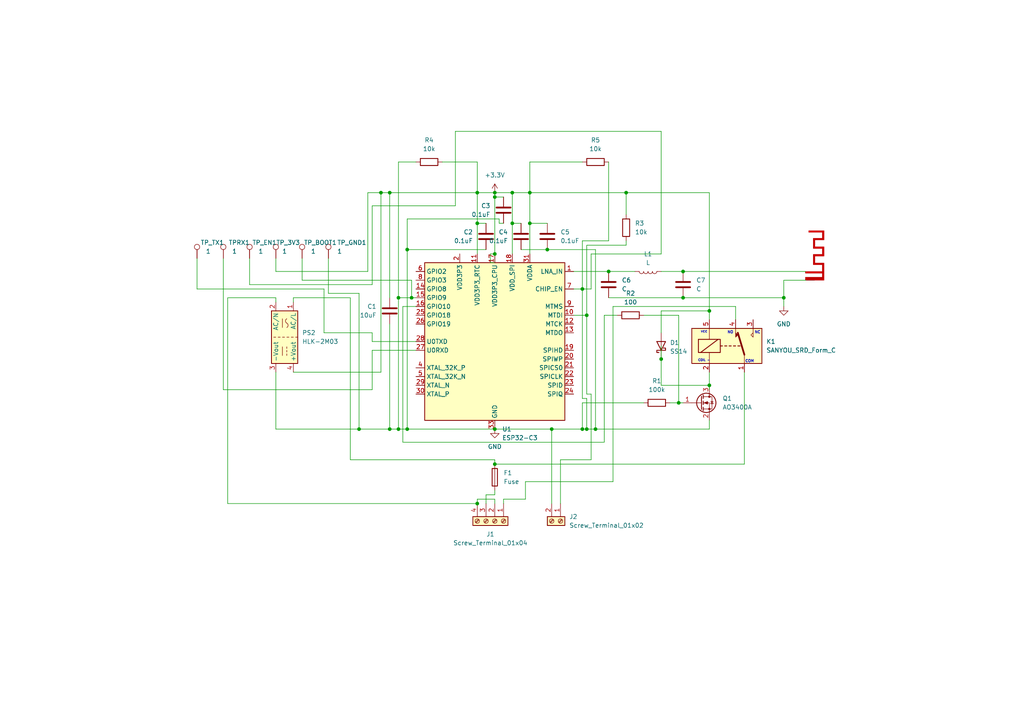
<source format=kicad_sch>
(kicad_sch (version 20250114) (generator "eeschema") (generator_version "9.0")
  (paper "A4")
  (lib_symbols
    (symbol "Connector:Screw_Terminal_01x02" (pin_names (offset 1.016) (hide yes))
      (property "Reference" "J" (at 0 2.54 0))
      (property "Value" "Screw_Terminal_01x02" (at 0 -5.08 0))
      (symbol "Screw_Terminal_01x02_1_1"
        (rectangle (start -1.27 1.27) (end 1.27 -3.81) (stroke (width 0.254)) (fill (type background)))
        (polyline (pts (xy -0.5334 0.3302) (xy 0.3302 -0.508)) (stroke (width 0.1524)))
        (polyline (pts (xy -0.5334 -2.2098) (xy 0.3302 -3.048)) (stroke (width 0.1524)))
        (polyline (pts (xy -0.3556 0.508) (xy 0.508 -0.3302)) (stroke (width 0.1524)))
        (polyline (pts (xy -0.3556 -2.032) (xy 0.508 -2.8702)) (stroke (width 0.1524)))
        (circle (center 0 0) (radius 0.635) (stroke (width 0.1524)))
        (circle (center 0 -2.54) (radius 0.635) (stroke (width 0.1524)))
        (pin passive line (at -5.08 0 0) (length 3.81) (name "Pin_1") (number "1"))
        (pin passive line (at -5.08 -2.54 0) (length 3.81) (name "Pin_2") (number "2"))
      )
    )
    (symbol "Connector:Screw_Terminal_01x04" (pin_names (offset 1.016) (hide yes))
      (property "Reference" "J" (at 0 5.08 0))
      (property "Value" "Screw_Terminal_01x04" (at 0 -7.62 0))
      (symbol "Screw_Terminal_01x04_1_1"
        (rectangle (start -1.27 3.81) (end 1.27 -6.35) (stroke (width 0.254)) (fill (type background)))
        (polyline (pts (xy -0.5334 2.8702) (xy 0.3302 2.032)) (stroke (width 0.1524)))
        (polyline (pts (xy -0.5334 0.3302) (xy 0.3302 -0.508)) (stroke (width 0.1524)))
        (polyline (pts (xy -0.5334 -2.2098) (xy 0.3302 -3.048)) (stroke (width 0.1524)))
        (polyline (pts (xy -0.5334 -4.7498) (xy 0.3302 -5.588)) (stroke (width 0.1524)))
        (polyline (pts (xy -0.3556 3.048) (xy 0.508 2.2098)) (stroke (width 0.1524)))
        (polyline (pts (xy -0.3556 0.508) (xy 0.508 -0.3302)) (stroke (width 0.1524)))
        (polyline (pts (xy -0.3556 -2.032) (xy 0.508 -2.8702)) (stroke (width 0.1524)))
        (polyline (pts (xy -0.3556 -4.572) (xy 0.508 -5.4102)) (stroke (width 0.1524)))
        (circle (center 0 2.54) (radius 0.635) (stroke (width 0.1524)))
        (circle (center 0 0) (radius 0.635) (stroke (width 0.1524)))
        (circle (center 0 -2.54) (radius 0.635) (stroke (width 0.1524)))
        (circle (center 0 -5.08) (radius 0.635) (stroke (width 0.1524)))
        (pin passive line (at -5.08 2.54 0) (length 3.81) (name "Pin_1") (number "1"))
        (pin passive line (at -5.08 0 0) (length 3.81) (name "Pin_2") (number "2"))
        (pin passive line (at -5.08 -2.54 0) (length 3.81) (name "Pin_3") (number "3"))
        (pin passive line (at -5.08 -5.08 0) (length 3.81) (name "Pin_4") (number "4"))
      )
    )
    (symbol "Connector:TestPoint" (pin_numbers (hide yes)) (pin_names (offset 0.762) (hide yes))
      (property "Reference" "TP" (at 0 6.858 0))
      (property "Value" "TestPoint" (at 0 5.08 0))
      (symbol "TestPoint_0_1"
        (circle (center 0 3.302) (radius 0.762))
      )
      (symbol "TestPoint_1_1"
        (pin passive line (at 0 0 90) (length 2.54) (name "1") (number "1"))
      )
    )
    (symbol "Converter_ACDC:HLK-2M03"
      (property "Reference" "PS" (at 0 5.08 0))
      (property "Value" "HLK-2M03" (at 0 -5.08 0))
      (symbol "HLK-2M03_0_1"
        (rectangle (start -7.62 3.81) (end 7.62 -3.81) (stroke (width 0.254)) (fill (type background)))
        (polyline (pts (xy -5.334 -0.635) (xy -2.794 -0.635)))
        (arc (start -4.064 0.635) (mid -4.699 0.2495) (end -5.334 0.635))
        (arc (start -4.064 0.635) (mid -3.429 1.0072) (end -2.794 0.635))
        (polyline (pts (xy 0 3.81) (xy 0 3.175)))
        (polyline (pts (xy 0 2.54) (xy 0 1.905)))
        (polyline (pts (xy 0 1.27) (xy 0 0.635)))
        (polyline (pts (xy 0 0) (xy 0 -0.635)))
        (polyline (pts (xy 0 -1.27) (xy 0 -1.905)))
        (polyline (pts (xy 0 -2.54) (xy 0 -3.175)))
        (polyline (pts (xy 2.794 0.635) (xy 3.302 0.635)))
        (polyline (pts (xy 2.794 -0.635) (xy 5.334 -0.635)))
        (polyline (pts (xy 3.81 0.635) (xy 4.318 0.635)))
        (polyline (pts (xy 4.826 0.635) (xy 5.334 0.635)))
      )
      (symbol "HLK-2M03_1_1"
        (pin power_in line (at -10.16 2.54 0) (length 2.54) (name "AC/L") (number "1"))
        (pin power_in line (at -10.16 -2.54 0) (length 2.54) (name "AC/N") (number "2"))
        (pin power_out line (at 10.16 2.54 180) (length 2.54) (name "+Vout") (number "4"))
        (pin power_out line (at 10.16 -2.54 180) (length 2.54) (name "-Vout") (number "3"))
      )
    )
    (symbol "Device:C" (pin_numbers (hide yes)) (pin_names (offset 0.254))
      (property "Reference" "C" (at 0.635 2.54 0))
      (property "Value" "C" (at 0.635 -2.54 0))
      (symbol "C_0_1"
        (polyline (pts (xy -2.032 0.762) (xy 2.032 0.762)) (stroke (width 0.508)))
        (polyline (pts (xy -2.032 -0.762) (xy 2.032 -0.762)) (stroke (width 0.508)))
      )
      (symbol "C_1_1"
        (pin passive line (at 0 3.81 270) (length 2.794) (name "~") (number "1"))
        (pin passive line (at 0 -3.81 90) (length 2.794) (name "~") (number "2"))
      )
    )
    (symbol "Device:Fuse" (pin_numbers (hide yes)) (pin_names (offset 0))
      (property "Reference" "F" (at 2.032 0 90))
      (property "Value" "Fuse" (at -1.905 0 90))
      (symbol "Fuse_0_1"
        (rectangle (start -0.762 -2.54) (end 0.762 2.54) (stroke (width 0.254)))
        (polyline (pts (xy 0 2.54) (xy 0 -2.54)))
      )
      (symbol "Fuse_1_1"
        (pin passive line (at 0 3.81 270) (length 1.27) (name "~") (number "1"))
        (pin passive line (at 0 -3.81 90) (length 1.27) (name "~") (number "2"))
      )
    )
    (symbol "Device:L" (pin_numbers (hide yes)) (pin_names (offset 1.016) (hide yes))
      (property "Reference" "L" (at -1.27 0 90))
      (property "Value" "L" (at 1.905 0 90))
      (symbol "L_0_1"
        (arc (start 0 2.54) (mid 0.6323 1.905) (end 0 1.27))
        (arc (start 0 1.27) (mid 0.6323 0.635) (end 0 0))
        (arc (start 0 0) (mid 0.6323 -0.635) (end 0 -1.27))
        (arc (start 0 -1.27) (mid 0.6323 -1.905) (end 0 -2.54))
      )
      (symbol "L_1_1"
        (pin passive line (at 0 3.81 270) (length 1.27) (name "1") (number "1"))
        (pin passive line (at 0 -3.81 90) (length 1.27) (name "2") (number "2"))
      )
    )
    (symbol "Device:R" (pin_numbers (hide yes)) (pin_names (offset 0))
      (property "Reference" "R" (at 2.032 0 90))
      (property "Value" "R" (at 0 0 90))
      (symbol "R_0_1"
        (rectangle (start -1.016 -2.54) (end 1.016 2.54) (stroke (width 0.254)))
      )
      (symbol "R_1_1"
        (pin passive line (at 0 3.81 270) (length 1.27) (name "~") (number "1"))
        (pin passive line (at 0 -3.81 90) (length 1.27) (name "~") (number "2"))
      )
    )
    (symbol "Diode:SS14" (pin_numbers (hide yes)) (pin_names (offset 1.016) (hide yes))
      (property "Reference" "D" (at 0 2.54 0))
      (property "Value" "SS14" (at 0 -2.54 0))
      (symbol "SS14_0_1"
        (polyline (pts (xy -1.905 0.635) (xy -1.905 1.27) (xy -1.27 1.27) (xy -1.27 -1.27) (xy -0.635 -1.27) (xy -0.635 -0.635)) (stroke (width 0.254)))
        (polyline (pts (xy 1.27 1.27) (xy 1.27 -1.27) (xy -1.27 0) (xy 1.27 1.27)) (stroke (width 0.254)))
        (polyline (pts (xy 1.27 0) (xy -1.27 0)))
      )
      (symbol "SS14_1_1"
        (pin passive line (at -3.81 0 0) (length 2.54) (name "K") (number "1"))
        (pin passive line (at 3.81 0 180) (length 2.54) (name "A") (number "2"))
      )
    )
    (symbol "MCU_Espressif:ESP32-C3"
      (property "Reference" "U" (at -17.272 23.876 0))
      (property "Value" "ESP32-C3" (at 16.256 23.876 0))
      (symbol "ESP32-C3_1_1"
        (rectangle (start -20.32 22.86) (end 20.32 -22.86) (stroke (width 0.254)) (fill (type background)))
        (pin bidirectional line (at -22.86 20.32 0) (length 2.54) (name "GPIO2") (number "6"))
        (pin bidirectional line (at -22.86 17.78 0) (length 2.54) (name "GPIO3") (number "8"))
        (pin bidirectional line (at -22.86 15.24 0) (length 2.54) (name "GPIO8") (number "14"))
        (pin bidirectional line (at -22.86 12.7 0) (length 2.54) (name "GPIO9") (number "15"))
        (pin bidirectional line (at -22.86 10.16 0) (length 2.54) (name "GPIO10") (number "16"))
        (pin bidirectional line (at -22.86 7.62 0) (length 2.54) (name "GPIO18") (number "25"))
        (pin bidirectional line (at -22.86 5.08 0) (length 2.54) (name "GPIO19") (number "26"))
        (pin bidirectional line (at -22.86 0 0) (length 2.54) (name "U0TXD") (number "28"))
        (pin bidirectional line (at -22.86 -2.54 0) (length 2.54) (name "U0RXD") (number "27"))
        (pin bidirectional line (at -22.86 -7.62 0) (length 2.54) (name "XTAL_32K_P") (number "4"))
        (pin bidirectional line (at -22.86 -10.16 0) (length 2.54) (name "XTAL_32K_N") (number "5"))
        (pin bidirectional line (at -22.86 -12.7 0) (length 2.54) (name "XTAL_N") (number "29"))
        (pin bidirectional line (at -22.86 -15.24 0) (length 2.54) (name "XTAL_P") (number "30"))
        (pin power_in line (at -10.16 25.4 270) (length 2.54) (name "VDD3P3") (number "2"))
        (pin passive line (at -10.16 25.4 270) (length 2.54) (hide yes) (name "VDD3P3") (number "3"))
        (pin power_in line (at -5.08 25.4 270) (length 2.54) (name "VDD3P3_RTC") (number "11"))
        (pin power_in line (at 0 25.4 270) (length 2.54) (name "VDD3P3_CPU") (number "17"))
        (pin power_in line (at 0 -25.4 90) (length 2.54) (name "GND") (number "33"))
        (pin power_out line (at 5.08 25.4 270) (length 2.54) (name "VDD_SPI") (number "18"))
        (pin power_in line (at 10.16 25.4 270) (length 2.54) (name "VDDA") (number "31"))
        (pin passive line (at 10.16 25.4 270) (length 2.54) (hide yes) (name "VDDA") (number "32"))
        (pin bidirectional line (at 22.86 20.32 180) (length 2.54) (name "LNA_IN") (number "1"))
        (pin bidirectional line (at 22.86 15.24 180) (length 2.54) (name "CHIP_EN") (number "7"))
        (pin bidirectional line (at 22.86 10.16 180) (length 2.54) (name "MTMS") (number "9"))
        (pin bidirectional line (at 22.86 7.62 180) (length 2.54) (name "MTDI") (number "10"))
        (pin bidirectional line (at 22.86 5.08 180) (length 2.54) (name "MTCK") (number "12"))
        (pin bidirectional line (at 22.86 2.54 180) (length 2.54) (name "MTDO") (number "13"))
        (pin bidirectional line (at 22.86 -2.54 180) (length 2.54) (name "SPIHD") (number "19"))
        (pin bidirectional line (at 22.86 -5.08 180) (length 2.54) (name "SPIWP") (number "20"))
        (pin bidirectional line (at 22.86 -7.62 180) (length 2.54) (name "SPICS0") (number "21"))
        (pin bidirectional line (at 22.86 -10.16 180) (length 2.54) (name "SPICLK") (number "22"))
        (pin bidirectional line (at 22.86 -12.7 180) (length 2.54) (name "SPID") (number "23"))
        (pin bidirectional line (at 22.86 -15.24 180) (length 2.54) (name "SPIQ") (number "24"))
      )
    )
    (symbol "Relay:SANYOU_SRD_Form_C"
      (property "Reference" "K" (at 11.43 3.81 0))
      (property "Value" "SANYOU_SRD_Form_C" (at 11.43 1.27 0))
      (symbol "SANYOU_SRD_Form_C_0_0"
        (polyline (pts (xy 7.62 5.08) (xy 7.62 2.54) (xy 6.985 3.175) (xy 7.62 3.81)))
      )
      (symbol "SANYOU_SRD_Form_C_0_1"
        (rectangle (start -10.16 5.08) (end 10.16 -5.08) (stroke (width 0.254)) (fill (type background)))
        (rectangle (start -8.255 1.905) (end -1.905 -1.905) (stroke (width 0.254)))
        (polyline (pts (xy -7.62 -1.905) (xy -2.54 1.905)) (stroke (width 0.254)))
        (polyline (pts (xy -5.08 5.08) (xy -5.08 1.905)))
        (polyline (pts (xy -5.08 -5.08) (xy -5.08 -1.905)))
        (polyline (pts (xy -1.905 0) (xy -1.27 0)) (stroke (width 0.254)))
        (polyline (pts (xy -0.635 0) (xy 0 0)) (stroke (width 0.254)))
        (polyline (pts (xy 0.635 0) (xy 1.27 0)) (stroke (width 0.254)))
        (polyline (pts (xy 1.905 0) (xy 2.54 0)) (stroke (width 0.254)))
        (polyline (pts (xy 3.175 0) (xy 3.81 0)) (stroke (width 0.254)))
        (polyline (pts (xy 5.08 -2.54) (xy 3.175 3.81)) (stroke (width 0.508)))
        (polyline (pts (xy 5.08 -2.54) (xy 5.08 -5.08)))
      )
      (symbol "SANYOU_SRD_Form_C_1_1"
        (polyline (pts (xy 2.54 3.81) (xy 3.175 3.175) (xy 2.54 2.54) (xy 2.54 5.08)) (fill (type outline)))
        (pin passive line (at -5.08 7.62 270) (length 2.54) (name "~") (number "5"))
        (pin passive line (at -5.08 -7.62 90) (length 2.54) (name "~") (number "2"))
        (pin passive line (at 2.54 7.62 270) (length 2.54) (name "~") (number "4"))
        (pin passive line (at 5.08 -7.62 90) (length 2.54) (name "~") (number "1"))
        (pin passive line (at 7.62 7.62 270) (length 2.54) (name "~") (number "3"))
      )
    )
    (symbol "Transistor_FET:AO3400A" (pin_names (offset 0) (hide yes))
      (property "Reference" "Q" (at 5.08 1.905 0))
      (property "Value" "AO3400A" (at 5.08 0 0))
      (symbol "AO3400A_0_1"
        (polyline (pts (xy 0.254 1.905) (xy 0.254 -1.905)) (stroke (width 0.254)))
        (polyline (pts (xy 0.254 0) (xy -2.54 0)))
        (polyline (pts (xy 0.762 2.286) (xy 0.762 1.27)) (stroke (width 0.254)))
        (polyline (pts (xy 0.762 0.508) (xy 0.762 -0.508)) (stroke (width 0.254)))
        (polyline (pts (xy 0.762 -1.27) (xy 0.762 -2.286)) (stroke (width 0.254)))
        (polyline (pts (xy 0.762 -1.778) (xy 3.302 -1.778) (xy 3.302 1.778) (xy 0.762 1.778)))
        (polyline (pts (xy 1.016 0) (xy 2.032 0.381) (xy 2.032 -0.381) (xy 1.016 0)) (fill (type outline)))
        (circle (center 1.651 0) (radius 2.794) (stroke (width 0.254)))
        (polyline (pts (xy 2.54 2.54) (xy 2.54 1.778)))
        (circle (center 2.54 1.778) (radius 0.254) (fill (type outline)))
        (circle (center 2.54 -1.778) (radius 0.254) (fill (type outline)))
        (polyline (pts (xy 2.54 -2.54) (xy 2.54 0) (xy 0.762 0)))
        (polyline (pts (xy 2.921 0.381) (xy 3.683 0.381)))
        (polyline (pts (xy 3.302 0.381) (xy 2.921 -0.254) (xy 3.683 -0.254) (xy 3.302 0.381)))
      )
      (symbol "AO3400A_1_1"
        (pin input line (at -5.08 0 0) (length 2.54) (name "G") (number "1"))
        (pin passive line (at 2.54 5.08 270) (length 2.54) (name "D") (number "3"))
        (pin passive line (at 2.54 -5.08 90) (length 2.54) (name "S") (number "2"))
      )
    )
    (symbol "etho custom lib:Antenna" (pin_numbers (hide yes)) (pin_names (offset 1.016) (hide yes))
      (symbol "Antenna_1_1"
        (rectangle (start 0 0.246) (end 5 -0.254) (stroke (width 0.1) (color 194 0 0 1)) (fill (type outline)))
        (rectangle (start 0 -0.254) (end 0.9 -5.154) (stroke (width 0.1) (color 187 0 0 1)) (fill (type outline)))
        (rectangle (start 2.032 -0.254) (end 2.532 -5.154) (stroke (width 0.1) (color 194 0 0 1)) (fill (type outline)))
        (rectangle (start 4.5 -0.254) (end 5 -2.894) (stroke (width 0.1) (color 194 0 0 1)) (fill (type outline)))
        (rectangle (start 5 -2.39) (end 7 -2.89) (stroke (width 0.1) (color 194 0 0 1)) (fill (type outline)))
        (rectangle (start 7 0.254) (end 9.7 -0.246) (stroke (width 0.1) (color 194 0 0 1)) (fill (type outline)))
        (rectangle (start 7 -0.254) (end 7.5 -2.894) (stroke (width 0.1) (color 194 0 0 1)) (fill (type outline)))
        (rectangle (start 9.2 -0.254) (end 9.7 -2.894) (stroke (width 0.1) (color 194 0 0 1)) (fill (type outline)))
        (rectangle (start 9.7 -2.39) (end 11.7 -2.89) (stroke (width 0.1) (color 194 0 0 1)) (fill (type outline)))
        (rectangle (start 11.684 0.254) (end 14.384 -0.246) (stroke (width 0.1) (color 194 0 0 1)) (fill (type outline)))
        (rectangle (start 11.684 -0.254) (end 12.184 -2.894) (stroke (width 0.1) (color 194 0 0 1)) (fill (type outline)))
        (rectangle (start 13.885 -0.254) (end 14.385 -4.194) (stroke (width 0.1) (color 194 0 0 1)) (fill (type outline)))
        (pin input line (at 0 -5.08 90) (length 2.54) (name "A") (number "1"))
      )
    )
    (symbol "power:+3.3V" (power) (pin_numbers (hide yes)) (pin_names (offset 0) (hide yes))
      (property "Value" "+3.3V" (at 0 3.556 0))
      (symbol "+3.3V_0_1"
        (polyline (pts (xy -0.762 1.27) (xy 0 2.54)))
        (polyline (pts (xy 0 2.54) (xy 0.762 1.27)))
        (polyline (pts (xy 0 0) (xy 0 2.54)))
      )
      (symbol "+3.3V_1_1"
        (pin power_in line (at 0 0 90) (length 0) (name "~") (number "1"))
      )
    )
    (symbol "power:GND" (power) (pin_numbers (hide yes)) (pin_names (offset 0) (hide yes))
      (property "Value" "GND" (at 0 -3.81 0))
      (symbol "GND_0_1"
        (polyline (pts (xy 0 0) (xy 0 -1.27) (xy 1.27 -1.27) (xy 0 -2.54) (xy -1.27 -1.27) (xy 0 -1.27)))
      )
      (symbol "GND_1_1"
        (pin power_in line (at 0 0 270) (length 0) (name "~") (number "1"))
      )
    )
  )
  (text "COIL -\n" (at 204.216 104.648 0) (effects (font (size 0.635 0.635))))
  (text "NC" (at 219.71 96.52 0) (effects (font (size 0.762 0.762))))
  (text "vcc" (at 204.216 96.266 0) (effects (font (size 0.762 0.762))))
  (text "COM\n" (at 217.424 104.902 0) (effects (font (size 0.762 0.762))))
  (text "NO" (at 211.836 96.52 0) (effects (font (size 0.762 0.762))))
  (junction (at 143.51 55.88))
  (junction (at 118.11 72.39))
  (junction (at 158.75 72.39))
  (junction (at 205.74 90.17))
  (junction (at 115.57 86.36))
  (junction (at 138.43 64.77))
  (junction (at 198.12 86.36))
  (junction (at 148.59 55.88))
  (junction (at 191.77 104.14))
  (junction (at 115.57 124.46))
  (junction (at 143.51 57.15))
  (junction (at 153.67 64.77))
  (junction (at 160.02 124.46))
  (junction (at 196.85 116.84))
  (junction (at 143.51 124.46))
  (junction (at 143.51 73.66))
  (junction (at 181.61 55.88))
  (junction (at 113.03 55.88))
  (junction (at 198.12 78.74))
  (junction (at 104.14 124.46))
  (junction (at 138.43 146.05))
  (junction (at 110.49 55.88))
  (junction (at 176.53 78.74))
  (junction (at 168.91 124.46))
  (junction (at 205.74 111.76))
  (junction (at 143.51 134.62))
  (junction (at 170.18 91.44))
  (junction (at 227.33 86.36))
  (junction (at 172.72 124.46))
  (junction (at 113.03 124.46))
  (junction (at 148.59 64.77))
  (junction (at 153.67 55.88))
  (junction (at 119.38 86.36))
  (junction (at 170.18 124.46))
  (junction (at 138.43 55.88))
  (junction (at 118.11 124.46))
  (junction (at 168.91 83.82))
  (wire (pts (xy 205.74 107.95) (xy 205.74 111.76)))
  (wire (pts (xy 118.11 63.5) (xy 118.11 72.39)))
  (wire (pts (xy 168.91 69.85) (xy 168.91 83.82)))
  (wire (pts (xy 101.6 133.35) (xy 143.51 133.35)))
  (wire (pts (xy 87.63 74.93) (xy 87.63 81.28)))
  (wire (pts (xy 143.51 124.46) (xy 160.02 124.46)))
  (wire (pts (xy 170.18 91.44) (xy 170.18 114.3)))
  (wire (pts (xy 175.26 128.27) (xy 116.84 128.27)))
  (wire (pts (xy 227.33 81.28) (xy 233.68 81.28)))
  (wire (pts (xy 172.72 124.46) (xy 205.74 124.46)))
  (wire (pts (xy 170.18 114.3) (xy 171.45 114.3)))
  (wire (pts (xy 119.38 81.28) (xy 119.38 86.36)))
  (wire (pts (xy 186.69 116.84) (xy 168.91 116.84)))
  (wire (pts (xy 171.45 114.3) (xy 171.45 133.35)))
  (wire (pts (xy 172.72 124.46) (xy 170.18 124.46)))
  (wire (pts (xy 115.57 86.36) (xy 115.57 46.99)))
  (wire (pts (xy 166.37 83.82) (xy 168.91 83.82)))
  (wire (pts (xy 181.61 55.88) (xy 205.74 55.88)))
  (wire (pts (xy 158.75 72.39) (xy 172.72 72.39)))
  (wire (pts (xy 140.97 146.05) (xy 140.97 143.51)))
  (wire (pts (xy 162.56 133.35) (xy 162.56 146.05)))
  (wire (pts (xy 115.57 46.99) (xy 120.65 46.99)))
  (wire (pts (xy 143.51 134.62) (xy 215.9 134.62)))
  (wire (pts (xy 175.26 91.44) (xy 175.26 128.27)))
  (wire (pts (xy 152.4 144.78) (xy 146.05 144.78)))
  (wire (pts (xy 66.04 86.36) (xy 66.04 146.05)))
  (wire (pts (xy 80.01 74.93) (xy 80.01 78.74)))
  (wire (pts (xy 138.43 46.99) (xy 138.43 55.88)))
  (wire (pts (xy 168.91 115.57) (xy 170.18 115.57)))
  (wire (pts (xy 205.74 90.17) (xy 205.74 55.88)))
  (wire (pts (xy 85.09 86.36) (xy 101.6 86.36)))
  (wire (pts (xy 143.51 142.24) (xy 143.51 143.51)))
  (wire (pts (xy 107.95 59.69) (xy 132.08 59.69)))
  (wire (pts (xy 176.53 86.36) (xy 198.12 86.36)))
  (wire (pts (xy 153.67 55.88) (xy 153.67 46.99)))
  (wire (pts (xy 119.38 86.36) (xy 115.57 86.36)))
  (wire (pts (xy 138.43 146.05) (xy 138.43 144.78)))
  (wire (pts (xy 142.24 73.66) (xy 143.51 73.66)))
  (wire (pts (xy 143.51 144.78) (xy 143.51 146.05)))
  (wire (pts (xy 227.33 86.36) (xy 227.33 81.28)))
  (wire (pts (xy 153.67 55.88) (xy 181.61 55.88)))
  (wire (pts (xy 118.11 124.46) (xy 143.51 124.46)))
  (wire (pts (xy 93.98 83.82) (xy 93.98 96.52)))
  (wire (pts (xy 132.08 38.1) (xy 191.77 38.1)))
  (wire (pts (xy 170.18 91.44) (xy 170.18 71.12)))
  (wire (pts (xy 153.67 55.88) (xy 153.67 64.77)))
  (wire (pts (xy 104.14 85.09) (xy 104.14 124.46)))
  (wire (pts (xy 118.11 72.39) (xy 118.11 124.46)))
  (wire (pts (xy 148.59 55.88) (xy 143.51 55.88)))
  (wire (pts (xy 85.09 107.95) (xy 110.49 107.95)))
  (wire (pts (xy 146.05 144.78) (xy 146.05 146.05)))
  (wire (pts (xy 148.59 64.77) (xy 148.59 55.88)))
  (wire (pts (xy 171.45 83.82) (xy 168.91 83.82)))
  (wire (pts (xy 205.74 92.71) (xy 205.74 90.17)))
  (wire (pts (xy 227.33 86.36) (xy 227.33 88.9)))
  (wire (pts (xy 144.78 64.77) (xy 144.78 63.5)))
  (wire (pts (xy 116.84 128.27) (xy 116.84 88.9)))
  (wire (pts (xy 143.51 133.35) (xy 143.51 134.62)))
  (wire (pts (xy 87.63 81.28) (xy 119.38 81.28)))
  (wire (pts (xy 146.05 64.77) (xy 144.78 64.77)))
  (wire (pts (xy 107.95 101.6) (xy 120.65 101.6)))
  (wire (pts (xy 181.61 71.12) (xy 181.61 69.85)))
  (wire (pts (xy 205.74 111.76) (xy 205.74 113.03)))
  (wire (pts (xy 107.95 99.06) (xy 120.65 99.06)))
  (wire (pts (xy 93.98 96.52) (xy 107.95 96.52)))
  (wire (pts (xy 66.04 146.05) (xy 138.43 146.05)))
  (wire (pts (xy 107.95 96.52) (xy 107.95 99.06)))
  (wire (pts (xy 166.37 78.74) (xy 176.53 78.74)))
  (wire (pts (xy 106.68 78.74) (xy 106.68 55.88)))
  (wire (pts (xy 80.01 86.36) (xy 66.04 86.36)))
  (wire (pts (xy 72.39 82.55) (xy 107.95 82.55)))
  (wire (pts (xy 171.45 73.66) (xy 171.45 83.82)))
  (wire (pts (xy 138.43 144.78) (xy 143.51 144.78)))
  (wire (pts (xy 95.25 74.93) (xy 95.25 85.09)))
  (wire (pts (xy 151.13 72.39) (xy 158.75 72.39)))
  (wire (pts (xy 153.67 64.77) (xy 153.67 73.66)))
  (wire (pts (xy 191.77 38.1) (xy 191.77 73.66)))
  (wire (pts (xy 80.01 107.95) (xy 80.01 124.46)))
  (wire (pts (xy 80.01 124.46) (xy 104.14 124.46)))
  (wire (pts (xy 72.39 74.93) (xy 72.39 82.55)))
  (wire (pts (xy 215.9 107.95) (xy 215.9 134.62)))
  (wire (pts (xy 166.37 91.44) (xy 170.18 91.44)))
  (wire (pts (xy 179.07 91.44) (xy 175.26 91.44)))
  (wire (pts (xy 181.61 55.88) (xy 181.61 62.23)))
  (wire (pts (xy 196.85 116.84) (xy 198.12 116.84)))
  (wire (pts (xy 153.67 46.99) (xy 168.91 46.99)))
  (wire (pts (xy 171.45 133.35) (xy 162.56 133.35)))
  (wire (pts (xy 194.31 116.84) (xy 196.85 116.84)))
  (wire (pts (xy 170.18 115.57) (xy 170.18 124.46)))
  (wire (pts (xy 138.43 64.77) (xy 140.97 64.77)))
  (wire (pts (xy 176.53 78.74) (xy 184.15 78.74)))
  (wire (pts (xy 143.51 73.66) (xy 143.51 76.2)))
  (wire (pts (xy 160.02 146.05) (xy 160.02 124.46)))
  (wire (pts (xy 113.03 124.46) (xy 115.57 124.46)))
  (wire (pts (xy 132.08 59.69) (xy 132.08 38.1)))
  (wire (pts (xy 143.51 57.15) (xy 146.05 57.15)))
  (wire (pts (xy 205.74 121.92) (xy 205.74 124.46)))
  (wire (pts (xy 116.84 88.9) (xy 120.65 88.9)))
  (wire (pts (xy 191.77 90.17) (xy 205.74 90.17)))
  (wire (pts (xy 140.97 72.39) (xy 118.11 72.39)))
  (wire (pts (xy 170.18 71.12) (xy 181.61 71.12)))
  (wire (pts (xy 177.8 139.7) (xy 177.8 88.9)))
  (wire (pts (xy 107.95 82.55) (xy 107.95 59.69)))
  (wire (pts (xy 168.91 83.82) (xy 168.91 115.57)))
  (wire (pts (xy 106.68 55.88) (xy 110.49 55.88)))
  (wire (pts (xy 143.51 76.2) (xy 142.24 76.2)))
  (wire (pts (xy 168.91 116.84) (xy 168.91 124.46)))
  (wire (pts (xy 191.77 78.74) (xy 198.12 78.74)))
  (wire (pts (xy 176.53 46.99) (xy 176.53 69.85)))
  (wire (pts (xy 196.85 91.44) (xy 196.85 116.84)))
  (wire (pts (xy 64.77 74.93) (xy 64.77 113.03)))
  (wire (pts (xy 113.03 55.88) (xy 113.03 86.36)))
  (wire (pts (xy 101.6 86.36) (xy 101.6 133.35)))
  (wire (pts (xy 170.18 124.46) (xy 168.91 124.46)))
  (wire (pts (xy 143.51 55.88) (xy 143.51 57.15)))
  (wire (pts (xy 186.69 91.44) (xy 196.85 91.44)))
  (wire (pts (xy 64.77 113.03) (xy 107.95 113.03)))
  (wire (pts (xy 115.57 86.36) (xy 115.57 124.46)))
  (wire (pts (xy 152.4 139.7) (xy 177.8 139.7)))
  (wire (pts (xy 152.4 139.7) (xy 152.4 144.78)))
  (wire (pts (xy 198.12 78.74) (xy 233.68 78.74)))
  (wire (pts (xy 140.97 143.51) (xy 143.51 143.51)))
  (wire (pts (xy 138.43 64.77) (xy 138.43 55.88)))
  (wire (pts (xy 138.43 73.66) (xy 138.43 64.77)))
  (wire (pts (xy 172.72 72.39) (xy 172.72 124.46)))
  (wire (pts (xy 191.77 96.52) (xy 191.77 90.17)))
  (wire (pts (xy 128.27 46.99) (xy 138.43 46.99)))
  (wire (pts (xy 104.14 124.46) (xy 113.03 124.46)))
  (wire (pts (xy 80.01 87.63) (xy 80.01 86.36)))
  (wire (pts (xy 110.49 107.95) (xy 110.49 55.88)))
  (wire (pts (xy 148.59 64.77) (xy 151.13 64.77)))
  (wire (pts (xy 213.36 88.9) (xy 213.36 92.71)))
  (wire (pts (xy 191.77 100.33) (xy 191.77 104.14)))
  (wire (pts (xy 191.77 111.76) (xy 205.74 111.76)))
  (wire (pts (xy 191.77 73.66) (xy 171.45 73.66)))
  (wire (pts (xy 177.8 88.9) (xy 213.36 88.9)))
  (wire (pts (xy 113.03 93.98) (xy 113.03 124.46)))
  (wire (pts (xy 176.53 69.85) (xy 168.91 69.85)))
  (wire (pts (xy 115.57 124.46) (xy 118.11 124.46)))
  (wire (pts (xy 113.03 55.88) (xy 138.43 55.88)))
  (wire (pts (xy 198.12 86.36) (xy 227.33 86.36)))
  (wire (pts (xy 57.15 74.93) (xy 57.15 83.82)))
  (wire (pts (xy 160.02 124.46) (xy 168.91 124.46)))
  (wire (pts (xy 110.49 55.88) (xy 113.03 55.88)))
  (wire (pts (xy 107.95 113.03) (xy 107.95 101.6)))
  (wire (pts (xy 142.24 76.2) (xy 142.24 73.66)))
  (wire (pts (xy 143.51 57.15) (xy 143.51 73.66)))
  (wire (pts (xy 191.77 104.14) (xy 191.77 111.76)))
  (wire (pts (xy 57.15 83.82) (xy 93.98 83.82)))
  (wire (pts (xy 85.09 87.63) (xy 85.09 86.36)))
  (wire (pts (xy 95.25 85.09) (xy 104.14 85.09)))
  (wire (pts (xy 148.59 55.88) (xy 153.67 55.88)))
  (wire (pts (xy 120.65 86.36) (xy 119.38 86.36)))
  (wire (pts (xy 138.43 55.88) (xy 143.51 55.88)))
  (wire (pts (xy 144.78 63.5) (xy 118.11 63.5)))
  (wire (pts (xy 153.67 64.77) (xy 158.75 64.77)))
  (wire (pts (xy 80.01 78.74) (xy 106.68 78.74)))
  (wire (pts (xy 148.59 73.66) (xy 148.59 64.77)))
  (symbol (lib_id "Device:R") (at 190.5 116.84 270) (unit 1)
    (property "Reference" "R1" (at 190.5 110.49 90))
    (property "Value" "100k" (at 190.5 113.03 90))
    (property "Footprint" "Resistor_SMD:R_0603_1608Metric" (effects (hide yes)))
    (property "Description" "Resistor" (effects (hide yes)))
  )
  (symbol (lib_id "etho custom lib:Antenna") (at 238.76 81.28 270) (mirror x) (unit 1)
    (property "Reference" "AE2" (effects (hide yes)))
    (property "Value" "Antenna" (effects (hide yes)))
    (property "Footprint" "RF_Antenna:Texas_SWRA117D_2.4GHz_Left" (effects (hide yes)))
  )
  (symbol (lib_id "Device:R") (at 182.88 91.44 270) (unit 1)
    (property "Reference" "R2" (at 182.88 85.09 90))
    (property "Value" "100" (at 182.88 87.63 90))
    (property "Footprint" "Resistor_SMD:R_0603_1608Metric" (effects (hide yes)))
    (property "Description" "Resistor" (effects (hide yes)))
  )
  (symbol (lib_id "Transistor_FET:AO3400A") (at 203.2 116.84 0) (unit 1)
    (property "Reference" "Q1" (at 209.55 115.5699 0) (effects (justify left)))
    (property "Value" "AO3400A" (at 209.55 118.1099 0) (effects (justify left)))
    (property "Footprint" "Package_TO_SOT_SMD:SOT-23" (effects (hide yes)))
    (property "Datasheet" "http://www.aosmd.com/pdfs/datasheet/AO3400A.pdf" (effects (hide yes)))
    (property "Description" "30V Vds, 5.7A Id, N-Channel MOSFET, SOT-23" (effects (hide yes)))
  )
  (symbol (lib_id "power:GND") (at 143.51 124.46 0) (unit 1)
    (property "Reference" "#PWR02" (effects (hide yes)))
    (property "Value" "GND" (at 143.51 129.54 0))
    (property "Description" "Power symbol creates a global label with name \"GND\" , ground" (effects (hide yes)))
  )
  (symbol (lib_id "Connector:TestPoint") (at 64.77 74.93 0) (unit 1)
    (property "Reference" "TPRX1" (at 66.294 70.358 0) (effects (justify left)))
    (property "Value" "1" (at 67.31 72.8979 0) (effects (justify left)))
    (property "Footprint" "TestPoint:TestPoint_Pad_D1.0mm" (effects (hide yes)))
    (property "Description" "test point" (effects (hide yes)))
  )
  (symbol (lib_id "Connector:TestPoint") (at 80.01 74.93 0) (unit 1)
    (property "Reference" "TP_3V3" (at 83.566 70.358 0))
    (property "Value" "1" (at 82.55 72.8979 0))
    (property "Footprint" "TestPoint:TestPoint_Pad_D1.0mm" (effects (hide yes)))
    (property "Description" "test point" (effects (hide yes)))
  )
  (symbol (lib_id "Diode:SS14") (at 191.77 100.33 90) (unit 1)
    (property "Reference" "D1" (at 194.31 99.3774 90) (effects (justify right)))
    (property "Value" "SS14" (at 194.31 101.9174 90) (effects (justify right)))
    (property "Footprint" "Diode_SMD:D_SMA" (effects (hide yes)))
    (property "Datasheet" "https://www.vishay.com/docs/88746/ss12.pdf" (effects (hide yes)))
    (property "Description" "40V 1A Schottky Diode, SMA" (effects (hide yes)))
  )
  (symbol (lib_id "Device:C") (at 151.13 68.58 0) (mirror y) (unit 1)
    (property "Reference" "C4" (at 147.32 67.3099 0) (effects (justify left)))
    (property "Value" "0.1uF" (at 147.32 69.8499 0) (effects (justify left)))
    (property "Footprint" "Capacitor_SMD:C_0603_1608Metric" (effects (hide yes)))
    (property "Description" "Unpolarized capacitor" (effects (hide yes)))
  )
  (symbol (lib_id "Device:C") (at 158.75 68.58 0) (unit 1)
    (property "Reference" "C5" (at 162.56 67.3099 0) (effects (justify left)))
    (property "Value" "0.1uF" (at 162.56 69.8499 0) (effects (justify left)))
    (property "Footprint" "Capacitor_SMD:C_0603_1608Metric" (effects (hide yes)))
    (property "Description" "Unpolarized capacitor" (effects (hide yes)))
  )
  (symbol (lib_id "Connector:TestPoint") (at 95.25 74.93 0) (unit 1)
    (property "Reference" "TP_GND1" (at 97.79 70.3579 0) (effects (justify left)))
    (property "Value" "1" (at 97.79 72.8979 0) (effects (justify left)))
    (property "Footprint" "TestPoint:TestPoint_Pad_D1.0mm" (effects (hide yes)))
    (property "Description" "test point" (effects (hide yes)))
  )
  (symbol (lib_id "Device:C") (at 198.12 82.55 0) (unit 1)
    (property "Reference" "C7" (at 201.93 81.2799 0) (effects (justify left)))
    (property "Value" "C" (at 201.93 83.8199 0) (effects (justify left)))
    (property "Footprint" "Capacitor_SMD:C_0603_1608Metric" (effects (hide yes)))
    (property "Description" "Unpolarized capacitor" (effects (hide yes)))
  )
  (symbol (lib_id "Device:R") (at 172.72 46.99 270) (unit 1)
    (property "Reference" "R5" (at 172.72 40.64 90))
    (property "Value" "10k" (at 172.72 43.18 90))
    (property "Footprint" "Resistor_SMD:R_0603_1608Metric" (effects (hide yes)))
    (property "Description" "Resistor" (effects (hide yes)))
  )
  (symbol (lib_id "Device:C") (at 140.97 68.58 0) (mirror y) (unit 1)
    (property "Reference" "C2" (at 137.16 67.3099 0) (effects (justify left)))
    (property "Value" "0.1uF" (at 137.16 69.8499 0) (effects (justify left)))
    (property "Footprint" "Capacitor_SMD:C_0603_1608Metric" (effects (hide yes)))
    (property "Description" "Unpolarized capacitor" (effects (hide yes)))
  )
  (symbol (lib_id "Device:L") (at 187.96 78.74 270) (unit 1)
    (property "Reference" "L1" (at 187.96 73.66 90))
    (property "Value" "L" (at 187.96 76.2 90))
    (property "Footprint" "Inductor_SMD:L_0805_2012Metric" (effects (hide yes)))
    (property "Description" "Inductor" (effects (hide yes)))
  )
  (symbol (lib_id "Connector:TestPoint") (at 57.15 74.93 0) (unit 1)
    (property "Reference" "TP_TX1" (at 58.166 70.358 0) (effects (justify left)))
    (property "Value" "1" (at 59.69 72.8979 0) (effects (justify left)))
    (property "Footprint" "TestPoint:TestPoint_Pad_D1.0mm" (effects (hide yes)))
    (property "Description" "test point" (effects (hide yes)))
  )
  (symbol (lib_id "power:GND") (at 227.33 88.9 0) (unit 1)
    (property "Reference" "#PWR03" (effects (hide yes)))
    (property "Value" "GND" (at 227.33 93.98 0))
    (property "Description" "Power symbol creates a global label with name \"GND\" , ground" (effects (hide yes)))
  )
  (symbol (lib_id "Device:Fuse") (at 143.51 138.43 0) (unit 1)
    (property "Reference" "F1" (at 146.05 137.1599 0) (effects (justify left)))
    (property "Value" "Fuse" (at 146.05 139.6999 0) (effects (justify left)))
    (property "Footprint" "Fuse:Fuse_0603_1608Metric" (effects (hide yes)))
    (property "Description" "Fuse" (effects (hide yes)))
  )
  (symbol (lib_id "Device:R") (at 181.61 66.04 180) (unit 1)
    (property "Reference" "R3" (at 184.15 64.7699 0) (effects (justify right)))
    (property "Value" "10k" (at 184.15 67.3099 0) (effects (justify right)))
    (property "Footprint" "Resistor_SMD:R_0603_1608Metric" (effects (hide yes)))
    (property "Description" "Resistor" (effects (hide yes)))
  )
  (symbol (lib_id "Connector:TestPoint") (at 72.39 74.93 0) (unit 1)
    (property "Reference" "TP_EN1" (at 73.152 70.358 0) (effects (justify left)))
    (property "Value" "1" (at 74.93 72.8979 0) (effects (justify left)))
    (property "Footprint" "TestPoint:TestPoint_Pad_D1.0mm" (effects (hide yes)))
    (property "Description" "test point" (effects (hide yes)))
  )
  (symbol (lib_id "Connector:Screw_Terminal_01x04") (at 143.51 151.13 270) (unit 1)
    (property "Reference" "J1" (at 142.24 154.94 90))
    (property "Value" "Screw_Terminal_01x04" (at 142.24 157.48 90))
    (property "Footprint" "TerminalBlock_Phoenix:TerminalBlock_Phoenix_MPT-0,5-4-2.54_1x04_P2.54mm_Horizontal" (effects (hide yes)))
    (property "Description" "Generic screw terminal, single row, 01x04, script generated (kicad-library-utils/schlib/autogen/connector/)" (effects (hide yes)))
  )
  (symbol (lib_id "Converter_ACDC:HLK-2M03") (at 82.55 97.79 270) (unit 1)
    (property "Reference" "PS2" (at 87.63 96.5199 90) (effects (justify left)))
    (property "Value" "HLK-2M03" (at 87.63 99.0599 90) (effects (justify left)))
    (property "Footprint" "Converter_ACDC:Converter_ACDC_Hi-Link_HLK-2Mxx" (effects (hide yes)))
    (property "Datasheet" "https://h.hlktech.com/download/ACDC%E7%94%B5%E6%BA%90%E6%A8%A1%E5%9D%972W%E7%B3%BB%E5%88%97/1/%E6%B5%B7%E5%87%8C%E7%A7%912W%E7%B3%BB%E5%88%97%E7%94%B5%E6%BA%90%E6%A8%A1%E5%9D%97%E8%AF%B4%E6%98%8E%E4%B9%A6V2.6.pdf" (effects (hide yes)))
    (property "Description" "Compact AC/DC board mount power module 2W 3.3V" (effects (hide yes)))
  )
  (symbol (lib_id "Device:C") (at 176.53 82.55 0) (unit 1)
    (property "Reference" "C6" (at 180.34 81.2799 0) (effects (justify left)))
    (property "Value" "C" (at 180.34 83.8199 0) (effects (justify left)))
    (property "Footprint" "Capacitor_SMD:C_0603_1608Metric" (effects (hide yes)))
    (property "Description" "Unpolarized capacitor" (effects (hide yes)))
  )
  (symbol (lib_id "MCU_Espressif:ESP32-C3") (at 143.51 99.06 0) (unit 1)
    (property "Reference" "U1" (at 145.6533 124.46 0) (effects (justify left)))
    (property "Value" "ESP32-C3" (at 145.6533 127 0) (effects (justify left)))
    (property "Footprint" "Package_DFN_QFN:QFN-32-1EP_5x5mm_P0.5mm_EP3.7x3.7mm" (effects (hide yes)))
    (property "Datasheet" "https://www.espressif.com/sites/default/files/documentation/esp32-c3_datasheet_en.pdf" (effects (hide yes)))
    (property "Description" "RF Module, ESP32 SoC, RISC-V, WiFi 802.11b/n/g, Bluetooth LE 5, QFN32" (effects (hide yes)))
  )
  (symbol (lib_id "power:+3.3V") (at 143.51 55.88 0) (unit 1)
    (property "Reference" "#PWR01" (effects (hide yes)))
    (property "Value" "+3.3V" (at 143.51 50.8 0))
    (property "Description" "Power symbol creates a global label with name \"+3.3V\"" (effects (hide yes)))
  )
  (symbol (lib_id "Device:C") (at 113.03 90.17 0) (mirror y) (unit 1)
    (property "Reference" "C1" (at 109.22 88.8999 0) (effects (justify left)))
    (property "Value" "10uF" (at 109.22 91.4399 0) (effects (justify left)))
    (property "Footprint" "Capacitor_SMD:C_0805_2012Metric" (effects (hide yes)))
    (property "Description" "Unpolarized capacitor" (effects (hide yes)))
  )
  (symbol (lib_id "Connector:TestPoint") (at 87.63 74.93 0) (unit 1)
    (property "Reference" "TP_BOOT1" (at 88.138 70.358 0) (effects (justify left)))
    (property "Value" "1" (at 90.17 72.8979 0) (effects (justify left)))
    (property "Footprint" "TestPoint:TestPoint_Pad_D1.0mm" (effects (hide yes)))
    (property "Description" "test point" (effects (hide yes)))
  )
  (symbol (lib_id "Device:C") (at 146.05 60.96 0) (mirror y) (unit 1)
    (property "Reference" "C3" (at 142.24 59.6899 0) (effects (justify left)))
    (property "Value" "0.1uF" (at 142.24 62.2299 0) (effects (justify left)))
    (property "Footprint" "Capacitor_SMD:C_0603_1608Metric" (effects (hide yes)))
    (property "Description" "Unpolarized capacitor" (effects (hide yes)))
  )
  (symbol (lib_id "Device:R") (at 124.46 46.99 270) (unit 1)
    (property "Reference" "R4" (at 124.46 40.64 90))
    (property "Value" "10k" (at 124.46 43.18 90))
    (property "Footprint" "Resistor_SMD:R_0603_1608Metric" (effects (hide yes)))
    (property "Description" "Resistor" (effects (hide yes)))
  )
  (symbol (lib_id "Connector:Screw_Terminal_01x02") (at 162.56 151.13 270) (unit 1)
    (property "Reference" "J2" (at 165.1 149.8599 90) (effects (justify left)))
    (property "Value" "Screw_Terminal_01x02" (at 165.1 152.3999 90) (effects (justify left)))
    (property "Footprint" "TerminalBlock_Phoenix:TerminalBlock_Phoenix_MPT-0,5-2-2.54_1x02_P2.54mm_Horizontal" (effects (hide yes)))
    (property "Description" "Generic screw terminal, single row, 01x02, script generated (kicad-library-utils/schlib/autogen/connector/)" (effects (hide yes)))
  )
  (symbol (lib_id "Relay:SANYOU_SRD_Form_C") (at 210.82 100.33 0) (unit 1)
    (property "Reference" "K1" (at 222.25 99.0599 0) (effects (justify left)))
    (property "Value" "SANYOU_SRD_Form_C" (at 222.25 101.5999 0) (effects (justify left)))
    (property "Footprint" "Relay_THT:Relay_SPDT_SANYOU_SRD_Series_Form_C" (effects (hide yes)))
    (property "Datasheet" "http://www.sanyourelay.ca/public/products/pdf/SRD.pdf" (effects (hide yes)))
    (property "Description" "Sanyo SRD relay, Single Pole Miniature Power Relay," (effects (hide yes)))
  )
)
</source>
